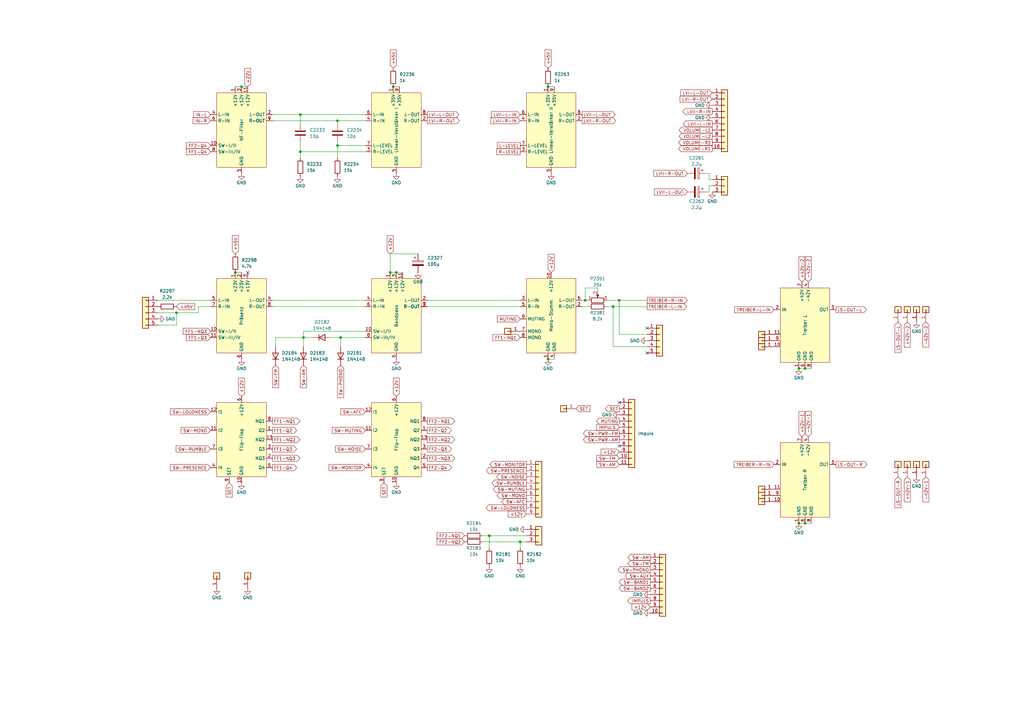
<source format=kicad_sch>
(kicad_sch (version 20230121) (generator eeschema)
  (paper "A3")
  (lib_symbols
    (symbol "Connector_Generic:Conn_01x01" (pin_names (offset 1.016) hide)
      (property "Reference" "J" (at 0 2.54 0))
      (property "Value" "Conn_01x01" (at 0 -2.54 0))
      (symbol "Conn_01x01_1_1"
        (pin passive line (at -5.08 0 0) (length 3.81) (name "Pin_1") (number "1"))
      )
    )
    (symbol "Connector_Generic:Conn_01x03" (pin_names (offset 1.016) hide)
      (property "Reference" "J" (at 0 5.08 0))
      (property "Value" "Conn_01x03" (at 0 -5.08 0))
      (symbol "Conn_01x03_1_1"
        (pin passive line (at -5.08 2.54 0) (length 3.81) (name "Pin_1") (number "1"))
        (pin passive line (at -5.08 0 0) (length 3.81) (name "Pin_2") (number "2"))
        (pin passive line (at -5.08 -2.54 0) (length 3.81) (name "Pin_3") (number "3"))
      )
    )
    (symbol "Connector_Generic:Conn_01x05" (pin_names (offset 1.016) hide)
      (property "Reference" "J" (at 0 7.62 0))
      (property "Value" "Conn_01x05" (at 0 -7.62 0))
      (symbol "Conn_01x05_1_1"
        (pin passive line (at -5.08 5.08 0) (length 3.81) (name "Pin_1") (number "1"))
        (pin passive line (at -5.08 2.54 0) (length 3.81) (name "Pin_2") (number "2"))
        (pin passive line (at -5.08 0 0) (length 3.81) (name "Pin_3") (number "3"))
        (pin passive line (at -5.08 -2.54 0) (length 3.81) (name "Pin_4") (number "4"))
        (pin passive line (at -5.08 -5.08 0) (length 3.81) (name "Pin_5") (number "5"))
      )
    )
    (symbol "Connector_Generic:Conn_01x09" (pin_names (offset 1.016) hide)
      (property "Reference" "J" (at 0 12.7 0))
      (property "Value" "Conn_01x09" (at 0 -12.7 0))
      (symbol "Conn_01x09_1_1"
        (pin passive line (at -5.08 10.16 0) (length 3.81) (name "Pin_1") (number "1"))
        (pin passive line (at -5.08 7.62 0) (length 3.81) (name "Pin_2") (number "2"))
        (pin passive line (at -5.08 5.08 0) (length 3.81) (name "Pin_3") (number "3"))
        (pin passive line (at -5.08 2.54 0) (length 3.81) (name "Pin_4") (number "4"))
        (pin passive line (at -5.08 0 0) (length 3.81) (name "Pin_5") (number "5"))
        (pin passive line (at -5.08 -2.54 0) (length 3.81) (name "Pin_6") (number "6"))
        (pin passive line (at -5.08 -5.08 0) (length 3.81) (name "Pin_7") (number "7"))
        (pin passive line (at -5.08 -7.62 0) (length 3.81) (name "Pin_8") (number "8"))
        (pin passive line (at -5.08 -10.16 0) (length 3.81) (name "Pin_9") (number "9"))
      )
    )
    (symbol "Connector_Generic:Conn_01x10" (pin_names (offset 1.016) hide)
      (property "Reference" "J" (at 0 12.7 0))
      (property "Value" "Conn_01x10" (at 0 -15.24 0))
      (symbol "Conn_01x10_1_1"
        (pin passive line (at -5.08 10.16 0) (length 3.81) (name "Pin_1") (number "1"))
        (pin passive line (at -5.08 -12.7 0) (length 3.81) (name "Pin_10") (number "10"))
        (pin passive line (at -5.08 7.62 0) (length 3.81) (name "Pin_2") (number "2"))
        (pin passive line (at -5.08 5.08 0) (length 3.81) (name "Pin_3") (number "3"))
        (pin passive line (at -5.08 2.54 0) (length 3.81) (name "Pin_4") (number "4"))
        (pin passive line (at -5.08 0 0) (length 3.81) (name "Pin_5") (number "5"))
        (pin passive line (at -5.08 -2.54 0) (length 3.81) (name "Pin_6") (number "6"))
        (pin passive line (at -5.08 -5.08 0) (length 3.81) (name "Pin_7") (number "7"))
        (pin passive line (at -5.08 -7.62 0) (length 3.81) (name "Pin_8") (number "8"))
        (pin passive line (at -5.08 -10.16 0) (length 3.81) (name "Pin_9") (number "9"))
      )
    )
    (symbol "Connector_Generic:Conn_01x11" (pin_names (offset 1.016) hide)
      (property "Reference" "J" (at 0 15.24 0))
      (property "Value" "Conn_01x11" (at 0 -15.24 0))
      (symbol "Conn_01x11_1_1"
        (pin passive line (at -5.08 12.7 0) (length 3.81) (name "Pin_1") (number "1"))
        (pin passive line (at -5.08 -10.16 0) (length 3.81) (name "Pin_10") (number "10"))
        (pin passive line (at -5.08 -12.7 0) (length 3.81) (name "Pin_11") (number "11"))
        (pin passive line (at -5.08 10.16 0) (length 3.81) (name "Pin_2") (number "2"))
        (pin passive line (at -5.08 7.62 0) (length 3.81) (name "Pin_3") (number "3"))
        (pin passive line (at -5.08 5.08 0) (length 3.81) (name "Pin_4") (number "4"))
        (pin passive line (at -5.08 2.54 0) (length 3.81) (name "Pin_5") (number "5"))
        (pin passive line (at -5.08 0 0) (length 3.81) (name "Pin_6") (number "6"))
        (pin passive line (at -5.08 -2.54 0) (length 3.81) (name "Pin_7") (number "7"))
        (pin passive line (at -5.08 -5.08 0) (length 3.81) (name "Pin_8") (number "8"))
        (pin passive line (at -5.08 -7.62 0) (length 3.81) (name "Pin_9") (number "9"))
      )
    )
    (symbol "Connector_Generic:Conn_01x17" (pin_names (offset 1.016) hide)
      (property "Reference" "J" (at 0 22.86 0))
      (property "Value" "Conn_01x17" (at 0 -22.86 0))
      (symbol "Conn_01x17_1_1"
        (pin passive line (at -5.08 20.32 0) (length 3.81) (name "Pin_1") (number "1"))
        (pin passive line (at -5.08 -2.54 0) (length 3.81) (name "Pin_10") (number "10"))
        (pin passive line (at -5.08 -5.08 0) (length 3.81) (name "Pin_11") (number "11"))
        (pin passive line (at -5.08 -7.62 0) (length 3.81) (name "Pin_12") (number "12"))
        (pin passive line (at -5.08 -10.16 0) (length 3.81) (name "Pin_13") (number "13"))
        (pin passive line (at -5.08 -12.7 0) (length 3.81) (name "Pin_14") (number "14"))
        (pin passive line (at -5.08 -15.24 0) (length 3.81) (name "Pin_15") (number "15"))
        (pin passive line (at -5.08 -17.78 0) (length 3.81) (name "Pin_16") (number "16"))
        (pin passive line (at -5.08 -20.32 0) (length 3.81) (name "Pin_17") (number "17"))
        (pin passive line (at -5.08 17.78 0) (length 3.81) (name "Pin_2") (number "2"))
        (pin passive line (at -5.08 15.24 0) (length 3.81) (name "Pin_3") (number "3"))
        (pin passive line (at -5.08 12.7 0) (length 3.81) (name "Pin_4") (number "4"))
        (pin passive line (at -5.08 10.16 0) (length 3.81) (name "Pin_5") (number "5"))
        (pin passive line (at -5.08 7.62 0) (length 3.81) (name "Pin_6") (number "6"))
        (pin passive line (at -5.08 5.08 0) (length 3.81) (name "Pin_7") (number "7"))
        (pin passive line (at -5.08 2.54 0) (length 3.81) (name "Pin_8") (number "8"))
        (pin passive line (at -5.08 0 0) (length 3.81) (name "Pin_9") (number "9"))
      )
    )
    (symbol "Device:C" (pin_numbers hide) (pin_names (offset 0.254))
      (property "Reference" "C" (at 0.635 2.54 0))
      (property "Value" "C" (at 0.635 -2.54 0))
      (symbol "C_1_1"
        (pin passive line (at 0 3.81 270) (length 2.794) (name "~") (number "1"))
        (pin passive line (at 0 -3.81 90) (length 2.794) (name "~") (number "2"))
      )
    )
    (symbol "Device:C_Polarized" (pin_numbers hide) (pin_names (offset 0.254))
      (property "Reference" "C" (at 0.635 2.54 0))
      (property "Value" "C_Polarized" (at 0.635 -2.54 0))
      (symbol "C_Polarized_1_1"
        (pin passive line (at 0 3.81 270) (length 2.794) (name "~") (number "1"))
        (pin passive line (at 0 -3.81 90) (length 2.794) (name "~") (number "2"))
      )
    )
    (symbol "Device:D" (pin_numbers hide) (pin_names (offset 1.016) hide)
      (property "Reference" "D" (at 0 2.54 0))
      (property "Value" "D" (at 0 -2.54 0))
      (symbol "D_1_1"
        (pin passive line (at -3.81 0 0) (length 2.54) (name "K") (number "1"))
        (pin passive line (at 3.81 0 180) (length 2.54) (name "A") (number "2"))
      )
    )
    (symbol "Device:R" (pin_numbers hide) (pin_names (offset 0))
      (property "Reference" "R" (at 2.032 0 90))
      (property "Value" "R" (at 0 0 90))
      (symbol "R_1_1"
        (pin passive line (at 0 3.81 270) (length 1.27) (name "~") (number "1"))
        (pin passive line (at 0 -3.81 90) (length 1.27) (name "~") (number "2"))
      )
    )
    (symbol "Device:R_Potentiometer" (pin_names (offset 1.016) hide)
      (property "Reference" "RV" (at -4.445 0 90))
      (property "Value" "R_Potentiometer" (at -2.54 0 90))
      (symbol "R_Potentiometer_1_1"
        (pin passive line (at 0 3.81 270) (length 1.27) (name "1") (number "1"))
        (pin passive line (at 3.81 0 180) (length 1.27) (name "2") (number "2"))
        (pin passive line (at 0 -3.81 90) (length 1.27) (name "3") (number "3"))
      )
    )
    (symbol "Flip-Flop_1"
      (property "Reference" "U" (at 17.78 3.81 0))
      (property "Value" "Flip-Flop" (at 17.78 1.27 0))
      (symbol "Flip-Flop_1_1_1"
        (pin output line (at 22.86 -11.43 180) (length 2.54) (name "Q2") (number "1"))
        (pin power_in line (at 10.16 -33.02 90) (length 2.54) (name "GND") (number "10"))
        (pin input line (at -2.54 -11.43 0) (length 2.54) (name "I2") (number "11"))
        (pin input line (at -2.54 -3.81 0) (length 2.54) (name "I1") (number "12"))
        (pin output line (at 22.86 -15.24 180) (length 2.54) (name "NQ2") (number "13"))
        (pin output line (at 22.86 -22.86 180) (length 2.54) (name "NQ3") (number "2"))
        (pin output line (at 22.86 -19.05 180) (length 2.54) (name "Q3") (number "3"))
        (pin input line (at -2.54 -26.67 0) (length 2.54) (name "I4") (number "4"))
        (pin output line (at 22.86 -26.67 180) (length 2.54) (name "Q4") (number "5"))
        (pin power_in line (at 10.16 2.54 270) (length 2.54) (name "+12V") (number "6"))
        (pin input line (at -2.54 -19.05 0) (length 2.54) (name "I3") (number "7"))
        (pin output line (at 22.86 -7.62 180) (length 2.54) (name "NQ1") (number "8"))
        (pin input line (at 5.08 -33.02 90) (length 2.54) (name "SET") (number "9"))
      )
    )
    (symbol "Library:Bandpass"
      (property "Reference" "U" (at 17.78 3.81 0))
      (property "Value" "Bandpass" (at 17.78 1.27 0))
      (symbol "Bandpass_1_1"
        (pin power_in line (at 7.62 2.54 270) (length 2.54) (name "+12V") (number "1"))
        (pin input line (at -2.54 -21.59 0) (length 2.54) (name "SW-I/II") (number "10"))
        (pin power_in line (at 12.7 2.54 270) (length 2.54) (name "+12V") (number "11"))
        (pin output line (at 22.86 -8.89 180) (length 2.54) (name "L-OUT") (number "2"))
        (pin power_in line (at 10.16 2.54 270) (length 2.54) (name "+12V") (number "3"))
        (pin input line (at -2.54 -8.89 0) (length 2.54) (name "L-IN") (number "4"))
        (pin power_in line (at 10.16 -33.02 90) (length 2.54) (name "GND") (number "5"))
        (pin input line (at -2.54 -11.43 0) (length 2.54) (name "R-IN") (number "6"))
        (pin output line (at 22.86 -11.43 180) (length 2.54) (name "R-OUT") (number "7"))
        (pin input line (at -2.54 -24.13 0) (length 2.54) (name "SW-III/IV") (number "8"))
        (pin output line (at 22.86 -11.43 180) (length 2.54) (name "R-OUT") (number "9"))
      )
    )
    (symbol "Library:Flip-Flop"
      (property "Reference" "U" (at 17.78 3.81 0))
      (property "Value" "Flip-Flop" (at 17.78 1.27 0))
      (symbol "Flip-Flop_1_1"
        (pin output line (at 22.86 -11.43 180) (length 2.54) (name "Q2") (number "1"))
        (pin power_in line (at 10.16 -33.02 90) (length 2.54) (name "GND") (number "10"))
        (pin input line (at -2.54 -11.43 0) (length 2.54) (name "I2") (number "11"))
        (pin input line (at -2.54 -3.81 0) (length 2.54) (name "I1") (number "12"))
        (pin output line (at 22.86 -15.24 180) (length 2.54) (name "NQ2") (number "13"))
        (pin output line (at 22.86 -22.86 180) (length 2.54) (name "NQ3") (number "2"))
        (pin output line (at 22.86 -19.05 180) (length 2.54) (name "Q3") (number "3"))
        (pin input line (at -2.54 -26.67 0) (length 2.54) (name "I4") (number "4"))
        (pin output line (at 22.86 -26.67 180) (length 2.54) (name "Q4") (number "5"))
        (pin power_in line (at 10.16 2.54 270) (length 2.54) (name "+12V") (number "6"))
        (pin input line (at -2.54 -19.05 0) (length 2.54) (name "I3") (number "7"))
        (pin output line (at 22.86 -7.62 180) (length 2.54) (name "NQ1") (number "8"))
        (pin input line (at 5.08 -33.02 90) (length 2.54) (name "SET") (number "9"))
      )
    )
    (symbol "Library:Linear-Verstaerker"
      (property "Reference" "U" (at 17.78 3.81 0))
      (property "Value" "Linear-Verstaerker" (at 24.13 1.27 0))
      (symbol "Linear-Verstaerker_1_1"
        (pin power_in line (at 8.89 2.54 270) (length 2.54) (name "+35V") (number "1"))
        (pin output line (at 22.86 -11.43 180) (length 2.54) (name "R-OUT") (number "2"))
        (pin input line (at -2.54 -24.13 0) (length 2.54) (name "R-LEVEL") (number "3"))
        (pin input line (at -2.54 -11.43 0) (length 2.54) (name "R-IN") (number "4"))
        (pin power_in line (at 10.16 -33.02 90) (length 2.54) (name "GND") (number "5"))
        (pin input line (at -2.54 -8.89 0) (length 2.54) (name "L-IN") (number "6"))
        (pin input line (at -2.54 -21.59 0) (length 2.54) (name "L-LEVEL") (number "7"))
        (pin output line (at 22.86 -8.89 180) (length 2.54) (name "L-OUT") (number "8"))
        (pin power_in line (at 11.43 2.54 270) (length 2.54) (name "+35V") (number "9"))
      )
    )
    (symbol "Library:Mono-Stumm"
      (property "Reference" "U" (at 17.78 3.81 0))
      (property "Value" "Mono-Stumm" (at 17.78 1.27 0))
      (symbol "Mono-Stumm_1_1"
        (pin power_in line (at 8.89 -33.02 90) (length 2.54) (name "GND") (number "1"))
        (pin power_in line (at 10.16 2.54 270) (length 2.54) (name "+12V") (number "10"))
        (pin output line (at 22.86 -11.43 180) (length 2.54) (name "R-OUT") (number "2"))
        (pin input line (at -2.54 -8.89 0) (length 2.54) (name "L-IN") (number "3"))
        (pin power_in line (at 11.43 -33.02 90) (length 2.54) (name "GND") (number "4"))
        (pin input line (at -2.54 -11.43 0) (length 2.54) (name "R-IN") (number "5"))
        (pin output line (at 22.86 -8.89 180) (length 2.54) (name "L-OUT") (number "6"))
        (pin input line (at -2.54 -21.59 0) (length 2.54) (name "MONO") (number "7"))
        (pin input line (at -2.54 -24.13 0) (length 2.54) (name "MONO") (number "8"))
        (pin input line (at -2.54 -16.51 0) (length 2.54) (name "MUTING") (number "9"))
      )
    )
    (symbol "Library:NF-Filter"
      (property "Reference" "U" (at 17.78 3.81 0))
      (property "Value" "NF-Filter" (at 17.78 1.27 0))
      (symbol "NF-Filter_1_1"
        (pin power_in line (at 7.62 2.54 270) (length 2.54) (name "+12V") (number "1"))
        (pin input line (at -2.54 -21.59 0) (length 2.54) (name "SW-I/II") (number "10"))
        (pin power_in line (at 12.7 2.54 270) (length 2.54) (name "+12V") (number "11"))
        (pin output line (at 22.86 -8.89 180) (length 2.54) (name "L-OUT") (number "2"))
        (pin power_in line (at 10.16 2.54 270) (length 2.54) (name "+12V") (number "3"))
        (pin input line (at -2.54 -8.89 0) (length 2.54) (name "L-IN") (number "4"))
        (pin power_in line (at 10.16 -33.02 90) (length 2.54) (name "GND") (number "5"))
        (pin input line (at -2.54 -11.43 0) (length 2.54) (name "R-IN") (number "6"))
        (pin output line (at 22.86 -11.43 180) (length 2.54) (name "R-OUT") (number "7"))
        (pin input line (at -2.54 -24.13 0) (length 2.54) (name "SW-III/IV") (number "8"))
        (pin output line (at 22.86 -11.43 180) (length 2.54) (name "R-OUT") (number "9"))
      )
    )
    (symbol "Library:Präsenz"
      (property "Reference" "U" (at 17.78 3.81 0))
      (property "Value" "Präsenz" (at 17.78 1.27 0))
      (symbol "Präsenz_1_1"
        (pin power_in line (at 7.62 2.54 270) (length 2.54) (name "+23V") (number "1"))
        (pin input line (at -2.54 -21.59 0) (length 2.54) (name "SW-I/II") (number "10"))
        (pin input line (at -2.54 -24.13 0) (length 2.54) (name "SW-III/IV") (number "11"))
        (pin power_in line (at 10.16 2.54 270) (length 2.54) (name "+23V") (number "2"))
        (pin power_in line (at 12.7 2.54 270) (length 2.54) (name "+13V") (number "3"))
        (pin output line (at 22.86 -8.89 180) (length 2.54) (name "L-OUT") (number "4"))
        (pin input line (at -2.54 -8.89 0) (length 2.54) (name "L-IN") (number "5"))
        (pin power_in line (at 10.16 -33.02 90) (length 2.54) (name "GND") (number "6"))
        (pin input line (at -2.54 -11.43 0) (length 2.54) (name "R-IN") (number "7"))
        (pin output line (at 22.86 -11.43 180) (length 2.54) (name "R-OUT") (number "8"))
      )
    )
    (symbol "Library:Treiber"
      (property "Reference" "U" (at 17.78 3.81 0))
      (property "Value" "Treiber" (at 17.78 1.27 0))
      (symbol "Treiber_1_1"
        (pin power_in line (at 7.62 -33.02 90) (length 2.54) (name "GND") (number "1"))
        (pin input line (at -2.54 -24.13 0) (length 2.54) (name "") (number "10"))
        (pin input line (at -2.54 -19.05 0) (length 2.54) (name "") (number "11"))
        (pin input line (at -2.54 -8.89 0) (length 2.54) (name "IN") (number "2"))
        (pin power_in line (at 11.43 2.54 270) (length 2.54) (name "-42V") (number "4"))
        (pin output line (at 22.86 -8.89 180) (length 2.54) (name "OUT") (number "5"))
        (pin power_in line (at 10.16 -33.02 90) (length 2.54) (name "GND") (number "6"))
        (pin power_in line (at 8.89 2.54 270) (length 2.54) (name "+42V") (number "7"))
        (pin power_in line (at 12.7 -33.02 90) (length 2.54) (name "GND") (number "8"))
        (pin input line (at -2.54 -21.59 0) (length 2.54) (name "") (number "9"))
      )
    )
    (symbol "power:GND" (power) (pin_names (offset 0))
      (property "Value" "GND" (at 0 -3.81 0))
      (symbol "GND_1_1"
        (pin power_in line (at 0 0 270) (length 0) hide (name "GND") (number "1"))
      )
    )
  )
  (junction (at 124.46 138.43))
  (junction (at 160.02 111.76))
  (junction (at 161.29 35.56))
  (junction (at 251.46 125.73))
  (junction (at 330.2 151.13))
  (junction (at 99.06 35.56))
  (junction (at 330.2 214.63))
  (junction (at 254 123.19))
  (junction (at 224.79 35.56))
  (junction (at 327.66 214.63))
  (junction (at 123.19 46.99))
  (junction (at 138.43 49.53))
  (junction (at 139.7 138.43))
  (junction (at 200.66 219.71))
  (junction (at 240.03 123.19))
  (junction (at 224.79 147.32))
  (junction (at 123.19 62.23))
  (junction (at 162.56 111.76))
  (junction (at 213.36 222.25))
  (junction (at 138.43 59.69))
  (junction (at 72.39 128.27))
  (junction (at 327.66 151.13))
  (junction (at 96.52 111.76))
  (no_connect (at 265.43 144.78))
  (no_connect (at 254 165.1))
  (no_connect (at 101.6 111.76))
  (no_connect (at 254 182.88))
  (no_connect (at 265.43 134.62))
  (no_connect (at 401.32 314.96))
  (no_connect (at 401.32 309.88))
  (no_connect (at 401.32 325.12))
  (no_connect (at 401.32 312.42))
  (no_connect (at 401.32 332.74))
  (wire (pts (xy 200.66 224.79) (xy 200.66 219.71)))
  (wire (pts (xy 160.02 111.76) (xy 160.02 104.14)))
  (wire (pts (xy 289.56 71.12) (xy 290.83 71.12)))
  (wire (pts (xy 123.19 62.23) (xy 123.19 64.77)))
  (wire (pts (xy 251.46 142.24) (xy 265.43 142.24)))
  (wire (pts (xy 290.83 76.2) (xy 292.1 76.2)))
  (wire (pts (xy 330.2 151.13) (xy 332.74 151.13)))
  (wire (pts (xy 123.19 46.99) (xy 149.86 46.99)))
  (wire (pts (xy 72.39 128.27) (xy 72.39 133.35)))
  (wire (pts (xy 175.26 123.19) (xy 213.36 123.19)))
  (wire (pts (xy 245.11 119.38) (xy 245.11 118.11)))
  (wire (pts (xy 198.12 222.25) (xy 213.36 222.25)))
  (wire (pts (xy 162.56 111.76) (xy 165.1 111.76)))
  (wire (pts (xy 240.03 118.11) (xy 240.03 123.19)))
  (wire (pts (xy 248.92 123.19) (xy 254 123.19)))
  (wire (pts (xy 81.28 125.73) (xy 81.28 128.27)))
  (wire (pts (xy 138.43 49.53) (xy 138.43 50.8)))
  (wire (pts (xy 64.77 128.27) (xy 72.39 128.27)))
  (wire (pts (xy 254 137.16) (xy 265.43 137.16)))
  (wire (pts (xy 64.77 123.19) (xy 86.36 123.19)))
  (wire (pts (xy 135.89 138.43) (xy 139.7 138.43)))
  (wire (pts (xy 123.19 62.23) (xy 123.19 58.42)))
  (wire (pts (xy 215.9 222.25) (xy 213.36 222.25)))
  (wire (pts (xy 327.66 151.13) (xy 330.2 151.13)))
  (wire (pts (xy 254 123.19) (xy 265.43 123.19)))
  (wire (pts (xy 240.03 123.19) (xy 241.3 123.19)))
  (wire (pts (xy 161.29 35.56) (xy 163.83 35.56)))
  (wire (pts (xy 111.76 125.73) (xy 149.86 125.73)))
  (wire (pts (xy 99.06 35.56) (xy 101.6 35.56)))
  (wire (pts (xy 96.52 111.76) (xy 99.06 111.76)))
  (wire (pts (xy 81.28 125.73) (xy 86.36 125.73)))
  (wire (pts (xy 149.86 135.89) (xy 124.46 135.89)))
  (wire (pts (xy 213.36 222.25) (xy 213.36 224.79)))
  (wire (pts (xy 160.02 111.76) (xy 162.56 111.76)))
  (wire (pts (xy 248.92 125.73) (xy 251.46 125.73)))
  (wire (pts (xy 124.46 135.89) (xy 124.46 138.43)))
  (wire (pts (xy 96.52 35.56) (xy 99.06 35.56)))
  (wire (pts (xy 149.86 59.69) (xy 138.43 59.69)))
  (wire (pts (xy 290.83 78.74) (xy 290.83 76.2)))
  (wire (pts (xy 149.86 138.43) (xy 139.7 138.43)))
  (wire (pts (xy 149.86 62.23) (xy 123.19 62.23)))
  (wire (pts (xy 111.76 123.19) (xy 149.86 123.19)))
  (wire (pts (xy 289.56 78.74) (xy 290.83 78.74)))
  (wire (pts (xy 251.46 125.73) (xy 251.46 142.24)))
  (wire (pts (xy 290.83 71.12) (xy 290.83 73.66)))
  (wire (pts (xy 124.46 138.43) (xy 128.27 138.43)))
  (wire (pts (xy 160.02 104.14) (xy 171.45 104.14)))
  (wire (pts (xy 290.83 73.66) (xy 292.1 73.66)))
  (wire (pts (xy 138.43 49.53) (xy 149.86 49.53)))
  (wire (pts (xy 124.46 138.43) (xy 124.46 142.24)))
  (wire (pts (xy 200.66 219.71) (xy 215.9 219.71)))
  (wire (pts (xy 123.19 46.99) (xy 123.19 50.8)))
  (wire (pts (xy 327.66 214.63) (xy 330.2 214.63)))
  (wire (pts (xy 111.76 46.99) (xy 123.19 46.99)))
  (wire (pts (xy 224.79 147.32) (xy 227.33 147.32)))
  (wire (pts (xy 245.11 118.11) (xy 240.03 118.11)))
  (wire (pts (xy 72.39 133.35) (xy 64.77 133.35)))
  (wire (pts (xy 200.66 219.71) (xy 198.12 219.71)))
  (wire (pts (xy 175.26 125.73) (xy 213.36 125.73)))
  (wire (pts (xy 113.03 142.24) (xy 113.03 138.43)))
  (wire (pts (xy 113.03 138.43) (xy 124.46 138.43)))
  (wire (pts (xy 224.79 35.56) (xy 227.33 35.56)))
  (wire (pts (xy 111.76 49.53) (xy 138.43 49.53)))
  (wire (pts (xy 138.43 59.69) (xy 138.43 58.42)))
  (wire (pts (xy 240.03 123.19) (xy 238.76 123.19)))
  (wire (pts (xy 330.2 214.63) (xy 332.74 214.63)))
  (wire (pts (xy 81.28 128.27) (xy 72.39 128.27)))
  (wire (pts (xy 238.76 125.73) (xy 241.3 125.73)))
  (wire (pts (xy 139.7 138.43) (xy 139.7 142.24)))
  (wire (pts (xy 138.43 59.69) (xy 138.43 64.77)))
  (wire (pts (xy 254 123.19) (xy 254 137.16)))
  (wire (pts (xy 251.46 125.73) (xy 265.43 125.73)))
  (global_label "SW-PRESENCE" (shape output) (at 215.9 193.04 180) (property "Intersheetrefs" "${INTERSHEET_REFS}" (effects hide)))
  (global_label "FF1-NQ3" (shape input) (at 86.36 135.89 180) (property "Intersheetrefs" "${INTERSHEET_REFS}" (effects hide)))
  (global_label "SW-AFC" (shape output) (at 215.9 205.74 180) (property "Intersheetrefs" "${INTERSHEET_REFS}" (effects hide)))
  (global_label "FF1-Q2" (shape output) (at 111.76 176.53 0) (property "Intersheetrefs" "${INTERSHEET_REFS}" (effects hide)))
  (global_label "+12V" (shape input) (at 254 185.42 180) (property "Intersheetrefs" "${INTERSHEET_REFS}" (effects hide)))
  (global_label "SW-FM" (shape input) (at 254 187.96 180) (property "Intersheetrefs" "${INTERSHEET_REFS}" (effects hide)))
  (global_label "SW-PWR-FM" (shape output) (at 254 177.8 180) (property "Intersheetrefs" "${INTERSHEET_REFS}" (effects hide)))
  (global_label "+22V" (shape input) (at 101.6 35.56 90) (property "Intersheetrefs" "${INTERSHEET_REFS}" (effects hide)))
  (global_label "VOLUME-L2" (shape output) (at 292.1 55.88 180) (property "Intersheetrefs" "${INTERSHEET_REFS}" (effects hide)))
  (global_label "LVI-L-OUT" (shape output) (at 175.26 46.99 0) (property "Intersheetrefs" "${INTERSHEET_REFS}" (effects hide)))
  (global_label "+45V-I" (shape output) (at 401.32 347.98 0) (property "Intersheetrefs" "${INTERSHEET_REFS}" (effects hide)))
  (global_label "SW-FM" (shape output) (at 266.7 231.14 180) (property "Intersheetrefs" "${INTERSHEET_REFS}" (effects hide)))
  (global_label "IMPULS" (shape output) (at 266.7 246.38 180) (property "Intersheetrefs" "${INTERSHEET_REFS}" (effects hide)))
  (global_label "R-LEVEL" (shape passive) (at 213.36 62.23 180) (property "Intersheetrefs" "${INTERSHEET_REFS}" (effects hide)))
  (global_label "SW-MONITOR" (shape output) (at 215.9 190.5 180) (property "Intersheetrefs" "${INTERSHEET_REFS}" (effects hide)))
  (global_label "FF2-NQ2" (shape input) (at 190.5 222.25 180) (property "Intersheetrefs" "${INTERSHEET_REFS}" (effects hide)))
  (global_label "VOLUME-L1" (shape output) (at 292.1 53.34 180) (property "Intersheetrefs" "${INTERSHEET_REFS}" (effects hide)))
  (global_label "SW-PRESENCE" (shape input) (at 86.36 191.77 180) (property "Intersheetrefs" "${INTERSHEET_REFS}" (effects hide)))
  (global_label "IN-R" (shape input) (at 86.36 49.53 180) (property "Intersheetrefs" "${INTERSHEET_REFS}" (effects hide)))
  (global_label "SW-MONITOR" (shape input) (at 149.86 191.77 180) (property "Intersheetrefs" "${INTERSHEET_REFS}" (effects hide)))
  (global_label "LS-OUT-R" (shape input) (at 368.3 195.58 270) (property "Intersheetrefs" "${INTERSHEET_REFS}" (effects hide)))
  (global_label "LVII-R-IN" (shape input) (at 213.36 49.53 180) (property "Intersheetrefs" "${INTERSHEET_REFS}" (effects hide)))
  (global_label "FF2-NQ1" (shape output) (at 175.26 172.72 0) (property "Intersheetrefs" "${INTERSHEET_REFS}" (effects hide)))
  (global_label "TREIBER-R-IN" (shape output) (at 265.43 123.19 0) (property "Intersheetrefs" "${INTERSHEET_REFS}" (effects hide)))
  (global_label "SW-LOUDNESS" (shape output) (at 215.9 208.28 180) (property "Intersheetrefs" "${INTERSHEET_REFS}" (effects hide)))
  (global_label "-42V-1" (shape input) (at 331.47 179.07 90) (property "Intersheetrefs" "${INTERSHEET_REFS}" (effects hide)))
  (global_label "L-LEVEL" (shape passive) (at 213.36 59.69 180) (property "Intersheetrefs" "${INTERSHEET_REFS}" (effects hide)))
  (global_label "SW-MONO" (shape input) (at 86.36 176.53 180) (property "Intersheetrefs" "${INTERSHEET_REFS}" (effects hide)))
  (global_label "+12V" (shape input) (at 162.56 162.56 90) (property "Intersheetrefs" "${INTERSHEET_REFS}" (effects hide)))
  (global_label "FF1-Q3" (shape input) (at 86.36 138.43 180) (property "Intersheetrefs" "${INTERSHEET_REFS}" (effects hide)))
  (global_label "FF1-NQ1" (shape input) (at 213.36 138.43 180) (property "Intersheetrefs" "${INTERSHEET_REFS}" (effects hide)))
  (global_label "SW-NOISE" (shape output) (at 215.9 195.58 180) (property "Intersheetrefs" "${INTERSHEET_REFS}" (effects hide)))
  (global_label "LVI-R-OUT" (shape output) (at 175.26 49.53 0) (property "Intersheetrefs" "${INTERSHEET_REFS}" (effects hide)))
  (global_label "SW-AFC" (shape input) (at 149.86 168.91 180) (property "Intersheetrefs" "${INTERSHEET_REFS}" (effects hide)))
  (global_label "+12V" (shape input) (at 99.06 162.56 90) (property "Intersheetrefs" "${INTERSHEET_REFS}" (effects hide)))
  (global_label "SET" (shape output) (at 254 167.64 180) (property "Intersheetrefs" "${INTERSHEET_REFS}" (effects hide)))
  (global_label "FF1-Q4" (shape input) (at 86.36 62.23 180) (property "Intersheetrefs" "${INTERSHEET_REFS}" (effects hide)))
  (global_label "+42V-1" (shape input) (at 328.93 179.07 90) (property "Intersheetrefs" "${INTERSHEET_REFS}" (effects hide)))
  (global_label "IMPULS" (shape input) (at 254 175.26 180) (property "Intersheetrefs" "${INTERSHEET_REFS}" (effects hide)))
  (global_label "+45V" (shape output) (at 401.32 322.58 0) (property "Intersheetrefs" "${INTERSHEET_REFS}" (effects hide)))
  (global_label "SW-AUX" (shape output) (at 266.7 236.22 180) (property "Intersheetrefs" "${INTERSHEET_REFS}" (effects hide)))
  (global_label "LVII-R-OUT" (shape input) (at 281.94 71.12 180) (property "Intersheetrefs" "${INTERSHEET_REFS}" (effects hide)))
  (global_label "MUTING" (shape input) (at 213.36 130.81 180) (property "Intersheetrefs" "${INTERSHEET_REFS}" (effects hide)))
  (global_label "SW-PHONO" (shape output) (at 266.7 233.68 180) (property "Intersheetrefs" "${INTERSHEET_REFS}" (effects hide)))
  (global_label "+42V-1" (shape input) (at 372.11 195.58 270) (property "Intersheetrefs" "${INTERSHEET_REFS}" (effects hide)))
  (global_label "TREIBER-L-IN" (shape output) (at 265.43 125.73 0) (property "Intersheetrefs" "${INTERSHEET_REFS}" (effects hide)))
  (global_label "SW-NOISE" (shape input) (at 149.86 184.15 180) (property "Intersheetrefs" "${INTERSHEET_REFS}" (effects hide)))
  (global_label "+15V-AM" (shape output) (at 401.32 342.9 0) (property "Intersheetrefs" "${INTERSHEET_REFS}" (effects hide)))
  (global_label "+42V-2" (shape input) (at 372.11 132.08 270) (property "Intersheetrefs" "${INTERSHEET_REFS}" (effects hide)))
  (global_label "SW-BAND2" (shape output) (at 266.7 241.3 180) (property "Intersheetrefs" "${INTERSHEET_REFS}" (effects hide)))
  (global_label "SW-RUMBLE" (shape input) (at 86.36 184.15 180) (property "Intersheetrefs" "${INTERSHEET_REFS}" (effects hide)))
  (global_label "SW-PWR-AM" (shape input) (at 401.32 337.82 0) (property "Intersheetrefs" "${INTERSHEET_REFS}" (effects hide)))
  (global_label "LS-OUT-R" (shape output) (at 342.9 190.5 0) (property "Intersheetrefs" "${INTERSHEET_REFS}" (effects hide)))
  (global_label "FF2-NQ1" (shape input) (at 190.5 219.71 180) (property "Intersheetrefs" "${INTERSHEET_REFS}" (effects hide)))
  (global_label "SW-AM" (shape input) (at 124.46 149.86 270) (property "Intersheetrefs" "${INTERSHEET_REFS}" (effects hide)))
  (global_label "+45V" (shape input) (at 161.29 27.94 90) (property "Intersheetrefs" "${INTERSHEET_REFS}" (effects hide)))
  (global_label "TREIBER-R-IN" (shape input) (at 317.5 190.5 180) (property "Intersheetrefs" "${INTERSHEET_REFS}" (effects hide)))
  (global_label "FF1-NQ2" (shape output) (at 111.76 180.34 0) (property "Intersheetrefs" "${INTERSHEET_REFS}" (effects hide)))
  (global_label "SW-MUTING" (shape output) (at 215.9 200.66 180) (property "Intersheetrefs" "${INTERSHEET_REFS}" (effects hide)))
  (global_label "LVI-R-OUT" (shape input) (at 292.1 40.64 180) (property "Intersheetrefs" "${INTERSHEET_REFS}" (effects hide)))
  (global_label "LS-OUT-L" (shape output) (at 342.9 127 0) (property "Intersheetrefs" "${INTERSHEET_REFS}" (effects hide)))
  (global_label "VOLUME-R2" (shape output) (at 292.1 58.42 180) (property "Intersheetrefs" "${INTERSHEET_REFS}" (effects hide)))
  (global_label "FF2-Q2" (shape output) (at 175.26 176.53 0) (property "Intersheetrefs" "${INTERSHEET_REFS}" (effects hide)))
  (global_label "SW-AM" (shape output) (at 266.7 228.6 180) (property "Intersheetrefs" "${INTERSHEET_REFS}" (effects hide)))
  (global_label "LVII-R-IN" (shape output) (at 292.1 45.72 180) (property "Intersheetrefs" "${INTERSHEET_REFS}" (effects hide)))
  (global_label "+45V" (shape input) (at 224.79 27.94 90) (property "Intersheetrefs" "${INTERSHEET_REFS}" (effects hide)))
  (global_label "+15V" (shape output) (at 401.32 345.44 0) (property "Intersheetrefs" "${INTERSHEET_REFS}" (effects hide)))
  (global_label "SW-PHONO" (shape input) (at 139.7 149.86 270) (property "Intersheetrefs" "${INTERSHEET_REFS}" (effects hide)))
  (global_label "-42V-1" (shape input) (at 379.73 195.58 270) (property "Intersheetrefs" "${INTERSHEET_REFS}" (effects hide)))
  (global_label "SET" (shape input) (at 236.22 167.64 0) (property "Intersheetrefs" "${INTERSHEET_REFS}" (effects hide)))
  (global_label "VOLUME-R1" (shape output) (at 292.1 60.96 180) (property "Intersheetrefs" "${INTERSHEET_REFS}" (effects hide)))
  (global_label "+12V" (shape input) (at 266.7 248.92 180) (property "Intersheetrefs" "${INTERSHEET_REFS}" (effects hide)))
  (global_label "+45V" (shape input) (at 72.39 125.73 0) (property "Intersheetrefs" "${INTERSHEET_REFS}" (effects hide)))
  (global_label "-42V-2" (shape input) (at 331.47 115.57 90) (property "Intersheetrefs" "${INTERSHEET_REFS}" (effects hide)))
  (global_label "+45V" (shape input) (at 96.52 104.14 90) (property "Intersheetrefs" "${INTERSHEET_REFS}" (effects hide)))
  (global_label "FF2-NQ2" (shape output) (at 175.26 180.34 0) (property "Intersheetrefs" "${INTERSHEET_REFS}" (effects hide)))
  (global_label "-42V-2" (shape input) (at 379.73 132.08 270) (property "Intersheetrefs" "${INTERSHEET_REFS}" (effects hide)))
  (global_label "SET" (shape input) (at 157.48 198.12 270) (property "Intersheetrefs" "${INTERSHEET_REFS}" (effects hide)))
  (global_label "+15V-FM" (shape output) (at 401.32 340.36 0) (property "Intersheetrefs" "${INTERSHEET_REFS}" (effects hide)))
  (global_label "SW-MUTING" (shape input) (at 149.86 176.53 180) (property "Intersheetrefs" "${INTERSHEET_REFS}" (effects hide)))
  (global_label "SW-PWR-AM" (shape output) (at 254 180.34 180) (property "Intersheetrefs" "${INTERSHEET_REFS}" (effects hide)))
  (global_label "IN-L" (shape input) (at 86.36 46.99 180) (property "Intersheetrefs" "${INTERSHEET_REFS}" (effects hide)))
  (global_label "+12V" (shape output) (at 401.32 327.66 0) (property "Intersheetrefs" "${INTERSHEET_REFS}" (effects hide)))
  (global_label "LVII-L-IN" (shape output) (at 292.1 50.8 180) (property "Intersheetrefs" "${INTERSHEET_REFS}" (effects hide)))
  (global_label "LS-OUT-L" (shape input) (at 368.3 132.08 270) (property "Intersheetrefs" "${INTERSHEET_REFS}" (effects hide)))
  (global_label "FF2-Q4" (shape output) (at 175.26 191.77 0) (property "Intersheetrefs" "${INTERSHEET_REFS}" (effects hide)))
  (global_label "+12V" (shape input) (at 215.9 210.82 180) (property "Intersheetrefs" "${INTERSHEET_REFS}" (effects hide)))
  (global_label "SW-MONO" (shape output) (at 215.9 203.2 180) (property "Intersheetrefs" "${INTERSHEET_REFS}" (effects hide)))
  (global_label "FF1-NQ3" (shape output) (at 111.76 187.96 0) (property "Intersheetrefs" "${INTERSHEET_REFS}" (effects hide)))
  (global_label "SW-RUMBLE" (shape output) (at 215.9 198.12 180) (property "Intersheetrefs" "${INTERSHEET_REFS}" (effects hide)))
  (global_label "LVII-L-OUT" (shape input) (at 281.94 78.74 180) (property "Intersheetrefs" "${INTERSHEET_REFS}" (effects hide)))
  (global_label "LVII-L-OUT" (shape output) (at 238.76 46.99 0) (property "Intersheetrefs" "${INTERSHEET_REFS}" (effects hide)))
  (global_label "SW-AM" (shape input) (at 254 190.5 180) (property "Intersheetrefs" "${INTERSHEET_REFS}" (effects hide)))
  (global_label "FF2-Q4" (shape input) (at 86.36 59.69 180) (property "Intersheetrefs" "${INTERSHEET_REFS}" (effects hide)))
  (global_label "SW-BAND1" (shape output) (at 266.7 238.76 180) (property "Intersheetrefs" "${INTERSHEET_REFS}" (effects hide)))
  (global_label "FF1-Q3" (shape output) (at 111.76 184.15 0) (property "Intersheetrefs" "${INTERSHEET_REFS}" (effects hide)))
  (global_label "FF1-Q4" (shape output) (at 111.76 191.77 0) (property "Intersheetrefs" "${INTERSHEET_REFS}" (effects hide)))
  (global_label "LVII-R-OUT" (shape output) (at 238.76 49.53 0) (property "Intersheetrefs" "${INTERSHEET_REFS}" (effects hide)))
  (global_label "+12V" (shape input) (at 226.06 111.76 90) (property "Intersheetrefs" "${INTERSHEET_REFS}" (effects hide)))
  (global_label "+42V-2" (shape input) (at 328.93 115.57 90) (property "Intersheetrefs" "${INTERSHEET_REFS}" (effects hide)))
  (global_label "+12V" (shape input) (at 160.02 104.14 90) (property "Intersheetrefs" "${INTERSHEET_REFS}" (effects hide)))
  (global_label "SW-PWR-FM" (shape input) (at 401.32 335.28 0) (property "Intersheetrefs" "${INTERSHEET_REFS}" (effects hide)))
  (global_label "FF1-NQ1" (shape output) (at 111.76 172.72 0) (property "Intersheetrefs" "${INTERSHEET_REFS}" (effects hide)))
  (global_label "LVI-L-OUT" (shape input) (at 292.1 38.1 180) (property "Intersheetrefs" "${INTERSHEET_REFS}" (effects hide)))
  (global_label "SW-FM" (shape input) (at 113.03 149.86 270) (property "Intersheetrefs" "${INTERSHEET_REFS}" (effects hide)))
  (global_label "MUTING" (shape output) (at 254 172.72 180) (property "Intersheetrefs" "${INTERSHEET_REFS}" (effects hide)))
  (global_label "+12V-R" (shape input) (at 401.32 320.04 0) (property "Intersheetrefs" "${INTERSHEET_REFS}" (effects hide)))
  (global_label "SET" (shape input) (at 93.98 198.12 270) (property "Intersheetrefs" "${INTERSHEET_REFS}" (effects hide)))
  (global_label "FF2-NQ3" (shape output) (at 175.26 187.96 0) (property "Intersheetrefs" "${INTERSHEET_REFS}" (effects hide)))
  (global_label "LVII-L-IN" (shape input) (at 213.36 46.99 180) (property "Intersheetrefs" "${INTERSHEET_REFS}" (effects hide)))
  (global_label "FF2-Q3" (shape output) (at 175.26 184.15 0) (property "Intersheetrefs" "${INTERSHEET_REFS}" (effects hide)))
  (global_label "TREIBER-L-IN" (shape input) (at 317.5 127 180) (property "Intersheetrefs" "${INTERSHEET_REFS}" (effects hide)))
  (global_label "SW-LOUDNESS" (shape input) (at 86.36 168.91 180) (property "Intersheetrefs" "${INTERSHEET_REFS}" (effects hide)))
  (symbol (lib_id "power:GND") (at 171.45 111.76 0) (unit 1)
    (property "Reference" "#PWR059" (effects hide))
    (property "Value" "GND" (at 171.45 115.57 0))
  )
  (symbol (lib_id "Connector_Generic:Conn_01x05") (at 270.51 139.7 0) (unit 1)
    (property "Reference" "J19" (effects hide))
    (property "Value" "Conn_01x05" (effects hide))
    (property "Footprint" "Library:STOCKO-MKS-1655_1755" (effects hide))
  )
  (symbol (lib_id "power:GND") (at 292.1 78.74 0) (unit 1)
    (property "Reference" "#PWR044" (effects hide))
    (property "Value" "GND" (at 292.1 82.55 0))
  )
  (symbol (lib_id "Device:C") (at 138.43 54.61 0) (unit 1)
    (property "Reference" "C2234" (at 142.24 53.34 0) (effects (justify left)))
    (property "Value" "10p" (at 142.24 55.88 0) (effects (justify left)))
    (property "Footprint" "Capacitor_THT:C_Disc_D4.3mm_W1.9mm_P5.00mm" (effects hide))
  )
  (symbol (lib_id "power:GND") (at 162.56 198.12 0) (unit 1)
    (property "Reference" "#PWR060" (effects hide))
    (property "Value" "GND" (at 162.56 201.93 0))
  )
  (symbol (lib_id "Library:Flip-Flop") (at 152.4 165.1 0) (unit 1)
    (property "Reference" "J12" (effects hide))
    (property "Value" "Flip-Flop" (at 162.56 180.34 90))
    (property "Footprint" "Library:Flip-Flop" (effects hide))
  )
  (symbol (lib_id "Device:D") (at 124.46 146.05 90) (unit 1)
    (property "Reference" "D2183" (at 127 144.78 90) (effects (justify right)))
    (property "Value" "1N4148" (at 127 147.32 90) (effects (justify right)))
    (property "Footprint" "Diode_THT:D_DO-35_SOD27_P5.08mm_Vertical_AnodeUp" (effects hide))
    (property "Sim.Device" "D" (effects hide))
    (property "Sim.Pins" "1=K 2=A" (effects hide))
  )
  (symbol (lib_id "power:GND") (at 254 170.18 270) (unit 1)
    (property "Reference" "#PWR067" (effects hide))
    (property "Value" "GND" (at 248.92 170.18 90))
  )
  (symbol (lib_id "Device:C_Polarized") (at 171.45 107.95 0) (unit 1)
    (property "Reference" "C2327" (at 175.26 105.791 0) (effects (justify left)))
    (property "Value" "100µ" (at 175.26 108.331 0) (effects (justify left)))
    (property "Footprint" "Capacitor_THT:CP_Radial_D6.3mm_P2.50mm" (effects hide))
  )
  (symbol (lib_id "Connector_Generic:Conn_01x03") (at 297.18 76.2 0) (unit 1)
    (property "Reference" "J13" (effects hide))
    (property "Value" "Conn_01x03" (effects hide))
    (property "Footprint" "Library:STOCKO-MKS-1653_1753" (effects hide))
  )
  (symbol (lib_id "Connector_Generic:Conn_01x09") (at 220.98 200.66 0) (unit 1)
    (property "Reference" "J21" (effects hide))
    (property "Value" "Conn_01x09" (effects hide))
    (property "Footprint" "Library:STOCKO-MKS-1659_1759" (effects hide))
  )
  (symbol (lib_id "Library:Treiber") (at 320.04 181.61 0) (unit 1)
    (property "Reference" "J4" (effects hide))
    (property "Value" "Treiber R" (at 330.2 196.85 90))
    (property "Footprint" "Library:Treiber" (effects hide))
  )
  (symbol (lib_id "Connector_Generic:Conn_01x10") (at 297.18 48.26 0) (unit 1)
    (property "Reference" "J22" (effects hide))
    (property "Value" "Conn_01x10" (effects hide))
    (property "Footprint" "Library:STOCKO-MKS-1660_1760" (effects hide))
  )
  (symbol (lib_id "Connector_Generic:Conn_01x01") (at 375.92 127 90) (unit 1)
    (property "Reference" "J37" (effects hide))
    (property "Value" "Conn_01x01" (effects hide))
    (property "Footprint" "Connector_Pin:Pin_D1.0mm_L10.0mm" (effects hide))
  )
  (symbol (lib_id "power:GND") (at 88.9 241.3 0) (unit 1)
    (property "Reference" "#PWR085" (effects hide))
    (property "Value" "GND" (at 88.9 245.11 0))
  )
  (symbol (lib_id "Connector_Generic:Conn_01x01") (at 372.11 190.5 90) (unit 1)
    (property "Reference" "J44" (effects hide))
    (property "Value" "Conn_01x01" (effects hide))
    (property "Footprint" "Connector_Pin:Pin_D1.0mm_L10.0mm" (effects hide))
  )
  (symbol (lib_id "Connector_Generic:Conn_01x01") (at 312.42 205.74 180) (unit 1)
    (property "Reference" "J42" (effects hide))
    (property "Value" "Conn_01x01" (effects hide))
    (property "Footprint" "Connector_Pin:Pin_D1.0mm_L10.0mm" (effects hide))
  )
  (symbol (lib_id "Library:Linear-Verstaerker") (at 215.9 38.1 0) (unit 1)
    (property "Reference" "J1" (effects hide))
    (property "Value" "Linear-Verstärker II" (at 226.06 53.34 90))
    (property "Footprint" "Library:Linear-Verstärker" (effects hide))
  )
  (symbol (lib_id "power:GND") (at 327.66 214.63 0) (unit 1)
    (property "Reference" "#PWR056" (effects hide))
    (property "Value" "GND" (at 327.66 218.44 0))
  )
  (symbol (lib_id "power:GND") (at 375.92 195.58 0) (unit 1)
    (property "Reference" "#PWR058" (effects hide))
    (property "Value" "GND" (at 375.92 199.39 0))
  )
  (symbol (lib_id "power:GND") (at 327.66 151.13 0) (unit 1)
    (property "Reference" "#PWR055" (effects hide))
    (property "Value" "GND" (at 327.66 154.94 0))
  )
  (symbol (lib_id "Device:R") (at 68.58 125.73 270) (mirror x) (unit 1)
    (property "Reference" "R2297" (at 68.58 119.38 90))
    (property "Value" "2.2k" (at 68.58 121.92 90))
    (property "Footprint" "Resistor_THT:R_Axial_DIN0207_L6.3mm_D2.5mm_P10.16mm_Horizontal" (effects hide))
  )
  (symbol (lib_id "power:GND") (at 213.36 232.41 0) (unit 1)
    (property "Reference" "#PWR063" (effects hide))
    (property "Value" "GND" (at 213.36 236.22 0))
  )
  (symbol (lib_id "Device:R") (at 224.79 31.75 0) (unit 1)
    (property "Reference" "R2263" (at 227.33 30.48 0) (effects (justify left)))
    (property "Value" "1k" (at 227.33 33.02 0) (effects (justify left)))
    (property "Footprint" "Resistor_THT:R_Axial_DIN0207_L6.3mm_D2.5mm_P10.16mm_Horizontal" (effects hide))
  )
  (symbol (lib_id "Device:C_Polarized") (at 285.75 78.74 270) (unit 1)
    (property "Reference" "C2262" (at 285.75 82.55 90))
    (property "Value" "2.2µ" (at 285.75 85.09 90))
    (property "Footprint" "Capacitor_THT:C_Rect_L7.2mm_W7.2mm_P5.00mm_FKS2_FKP2_MKS2_MKP2" (effects hide))
  )
  (symbol (lib_id "Library:Präsenz") (at 88.9 114.3 0) (unit 1)
    (property "Reference" "J8" (effects hide))
    (property "Value" "Präsenz" (at 99.06 129.54 90))
    (property "Footprint" "Library:Präsenz" (effects hide))
  )
  (symbol (lib_id "power:GND") (at 266.7 251.46 270) (unit 1)
    (property "Reference" "#PWR065" (effects hide))
    (property "Value" "GND" (at 261.62 251.46 90))
  )
  (symbol (lib_id "Connector_Generic:Conn_01x01") (at 368.3 190.5 90) (unit 1)
    (property "Reference" "J43" (effects hide))
    (property "Value" "Conn_01x01" (effects hide))
    (property "Footprint" "Connector_Pin:Pin_D1.0mm_L10.0mm" (effects hide))
  )
  (symbol (lib_id "Device:R") (at 138.43 68.58 0) (unit 1)
    (property "Reference" "R2234" (at 140.97 67.31 0) (effects (justify left)))
    (property "Value" "15k" (at 140.97 69.85 0) (effects (justify left)))
    (property "Footprint" "Resistor_THT:R_Axial_DIN0207_L6.3mm_D2.5mm_P5.08mm_Vertical" (effects hide))
  )
  (symbol (lib_id "power:GND") (at 200.66 232.41 0) (unit 1)
    (property "Reference" "#PWR062" (effects hide))
    (property "Value" "GND" (at 200.66 236.22 0))
  )
  (symbol (lib_id "Connector_Generic:Conn_01x01") (at 379.73 190.5 90) (unit 1)
    (property "Reference" "J46" (effects hide))
    (property "Value" "Conn_01x01" (effects hide))
    (property "Footprint" "Connector_Pin:Pin_D1.0mm_L10.0mm" (effects hide))
  )
  (symbol (lib_id "Device:D") (at 113.03 146.05 90) (unit 1)
    (property "Reference" "D2184" (at 115.57 144.78 90) (effects (justify right)))
    (property "Value" "1N4148" (at 115.57 147.32 90) (effects (justify right)))
    (property "Footprint" "Diode_THT:D_DO-35_SOD27_P5.08mm_Vertical_AnodeUp" (effects hide))
    (property "Sim.Device" "D" (effects hide))
    (property "Sim.Pins" "1=K 2=A" (effects hide))
  )
  (symbol (lib_id "Library:Mono-Stumm") (at 215.9 114.3 0) (unit 1)
    (property "Reference" "J10" (effects hide))
    (property "Value" "Mono-Stumm" (at 226.06 129.54 90))
    (property "Footprint" "Library:Mono-Stumm" (effects hide))
  )
  (symbol (lib_id "Connector_Generic:Conn_01x03") (at 220.98 219.71 0) (unit 1)
    (property "Reference" "J15" (effects hide))
    (property "Value" "Conn_01x03" (effects hide))
    (property "Footprint" "Library:STOCKO-MKS-1653_1753" (effects hide))
  )
  (symbol (lib_id "Connector_Generic:Conn_01x01") (at 312.42 203.2 180) (unit 1)
    (property "Reference" "J41" (effects hide))
    (property "Value" "Conn_01x01" (effects hide))
    (property "Footprint" "Connector_Pin:Pin_D1.0mm_L10.0mm" (effects hide))
  )
  (symbol (lib_id "power:GND") (at 401.32 330.2 90) (unit 1)
    (property "Reference" "#PWR070" (effects hide))
    (property "Value" "GND" (at 406.4 330.2 90))
  )
  (symbol (lib_id "Device:R_Potentiometer") (at 245.11 123.19 90) (unit 1)
    (property "Reference" "P2351" (at 245.11 114.3 90))
    (property "Value" "25k" (at 245.11 116.84 90))
    (property "Footprint" "Potentiometer_THT:Potentiometer_Piher_PT-10-V10_Vertical" (effects hide))
  )
  (symbol (lib_id "power:GND") (at 266.7 243.84 270) (unit 1)
    (property "Reference" "#PWR066" (effects hide))
    (property "Value" "GND" (at 261.62 243.84 90))
  )
  (symbol (lib_id "Device:D") (at 132.08 138.43 0) (unit 1)
    (property "Reference" "D2182" (at 132.08 132.08 0))
    (property "Value" "1N4148" (at 132.08 134.62 0))
    (property "Footprint" "Diode_THT:D_DO-35_SOD27_P5.08mm_Vertical_AnodeUp" (effects hide))
    (property "Sim.Device" "D" (effects hide))
    (property "Sim.Pins" "1=K 2=A" (effects hide))
  )
  (symbol (lib_id "Device:R") (at 161.29 31.75 0) (unit 1)
    (property "Reference" "R2236" (at 163.83 30.48 0) (effects (justify left)))
    (property "Value" "1k" (at 163.83 33.02 0) (effects (justify left)))
    (property "Footprint" "Resistor_THT:R_Axial_DIN0207_L6.3mm_D2.5mm_P10.16mm_Horizontal" (effects hide))
  )
  (symbol (lib_id "power:GND") (at 226.06 71.12 0) (unit 1)
    (property "Reference" "#PWR038" (effects hide))
    (property "Value" "GND" (at 226.06 74.93 0))
  )
  (symbol (lib_id "Connector_Generic:Conn_01x01") (at 379.73 127 90) (unit 1)
    (property "Reference" "J39" (effects hide))
    (property "Value" "Conn_01x01" (effects hide))
    (property "Footprint" "Connector_Pin:Pin_D1.0mm_L10.0mm" (effects hide))
  )
  (symbol (lib_id "power:GND") (at 162.56 71.12 0) (unit 1)
    (property "Reference" "#PWR037" (effects hide))
    (property "Value" "GND" (at 162.56 74.93 0))
  )
  (symbol (lib_id "power:GND") (at 292.1 43.18 270) (unit 1)
    (property "Reference" "#PWR047" (effects hide))
    (property "Value" "GND" (at 287.02 43.18 90))
  )
  (symbol (lib_id "Connector_Generic:Conn_01x01") (at 312.42 137.16 180) (unit 1)
    (property "Reference" "J34" (effects hide))
    (property "Value" "Conn_01x01" (effects hide))
    (property "Footprint" "Connector_Pin:Pin_D1.0mm_L10.0mm" (effects hide))
  )
  (symbol (lib_id "Device:R") (at 200.66 228.6 0) (unit 1)
    (property "Reference" "R2181" (at 203.2 227.33 0) (effects (justify left)))
    (property "Value" "10k" (at 203.2 229.87 0) (effects (justify left)))
    (property "Footprint" "Resistor_THT:R_Axial_DIN0207_L6.3mm_D2.5mm_P10.16mm_Horizontal" (effects hide))
  )
  (symbol (lib_id "Connector_Generic:Conn_01x01") (at 368.3 127 90) (unit 1)
    (property "Reference" "J33" (effects hide))
    (property "Value" "Conn_01x01" (effects hide))
    (property "Footprint" "Connector_Pin:Pin_D1.0mm_L10.0mm" (effects hide))
  )
  (symbol (lib_id "power:GND") (at 123.19 72.39 0) (unit 1)
    (property "Reference" "#PWR042" (effects hide))
    (property "Value" "GND" (at 123.19 76.2 0))
  )
  (symbol (lib_id "Device:R") (at 194.31 219.71 90) (unit 1)
    (property "Reference" "R2184" (at 194.31 214.63 90))
    (property "Value" "10k" (at 194.31 217.17 90))
    (property "Footprint" "Resistor_THT:R_Axial_DIN0207_L6.3mm_D2.5mm_P10.16mm_Horizontal" (effects hide))
  )
  (symbol (lib_id "Connector_Generic:Conn_01x01") (at 312.42 139.7 180) (unit 1)
    (property "Reference" "J35" (effects hide))
    (property "Value" "Conn_01x01" (effects hide))
    (property "Footprint" "Connector_Pin:Pin_D1.0mm_L10.0mm" (effects hide))
  )
  (symbol (lib_id "power:GND") (at 401.32 317.5 90) (unit 1)
    (property "Reference" "#PWR068" (effects hide))
    (property "Value" "GND" (at 406.4 317.5 90))
  )
  (symbol (lib_id "power:GND") (at 138.43 72.39 0) (unit 1)
    (property "Reference" "#PWR043" (effects hide))
    (property "Value" "GND" (at 138.43 76.2 0))
  )
  (symbol (lib_id "Device:R") (at 213.36 228.6 0) (unit 1)
    (property "Reference" "R2182" (at 215.9 227.33 0) (effects (justify left)))
    (property "Value" "10k" (at 215.9 229.87 0) (effects (justify left)))
    (property "Footprint" "Resistor_THT:R_Axial_DIN0207_L6.3mm_D2.5mm_P10.16mm_Horizontal" (effects hide))
  )
  (symbol (lib_id "power:GND") (at 401.32 350.52 90) (unit 1)
    (property "Reference" "#PWR069" (effects hide))
    (property "Value" "GND" (at 406.4 350.52 90))
  )
  (symbol (lib_id "Connector_Generic:Conn_01x01") (at 375.92 190.5 90) (unit 1)
    (property "Reference" "J45" (effects hide))
    (property "Value" "Conn_01x01" (effects hide))
    (property "Footprint" "Connector_Pin:Pin_D1.0mm_L10.0mm" (effects hide))
  )
  (symbol (lib_id "Device:C") (at 123.19 54.61 0) (unit 1)
    (property "Reference" "C2233" (at 127 53.34 0) (effects (justify left)))
    (property "Value" "10p" (at 127 55.88 0) (effects (justify left)))
    (property "Footprint" "Capacitor_THT:C_Disc_D4.3mm_W1.9mm_P5.00mm" (effects hide))
  )
  (symbol (lib_id "Device:R") (at 245.11 125.73 90) (unit 1)
    (property "Reference" "R2381" (at 245.11 128.27 90))
    (property "Value" "8.2k" (at 245.11 130.81 90))
    (property "Footprint" "Resistor_THT:R_Axial_DIN0207_L6.3mm_D2.5mm_P10.16mm_Horizontal" (effects hide))
  )
  (symbol (lib_id "Library:Bandpass") (at 152.4 114.3 0) (unit 1)
    (property "Reference" "J11" (effects hide))
    (property "Value" "Bandpass" (at 162.56 129.54 90))
    (property "Footprint" "Library:Bandpass" (effects hide))
  )
  (symbol (lib_id "Device:R") (at 123.19 68.58 0) (unit 1)
    (property "Reference" "R2233" (at 125.73 67.31 0) (effects (justify left)))
    (property "Value" "15k" (at 125.73 69.85 0) (effects (justify left)))
    (property "Footprint" "Resistor_THT:R_Axial_DIN0207_L6.3mm_D2.5mm_P5.08mm_Vertical" (effects hide))
  )
  (symbol (lib_id "Connector_Generic:Conn_01x01") (at 208.28 135.89 180) (unit 1)
    (property "Reference" "J32" (effects hide))
    (property "Value" "Conn_01x01" (effects hide))
    (property "Footprint" "Connector_Pin:Pin_D1.3mm_L11.0mm" (effects hide))
  )
  (symbol (lib_id "Connector_Generic:Conn_01x01") (at 231.14 167.64 180) (unit 1)
    (property "Reference" "J47" (effects hide))
    (property "Value" "Conn_01x01" (effects hide))
    (property "Footprint" "Connector_Pin:Pin_D1.3mm_L11.0mm" (effects hide))
  )
  (symbol (lib_id "Connector_Generic:Conn_01x01") (at 88.9 236.22 90) (unit 1)
    (property "Reference" "J48" (effects hide))
    (property "Value" "Conn_01x01" (effects hide))
    (property "Footprint" "Connector_Pin:Pin_D1.3mm_L11.0mm" (effects hide))
  )
  (symbol (lib_id "Device:D") (at 139.7 146.05 90) (unit 1)
    (property "Reference" "D2181" (at 142.24 144.78 90) (effects (justify right)))
    (property "Value" "1N4148" (at 142.24 147.32 90) (effects (justify right)))
    (property "Footprint" "Diode_THT:D_DO-35_SOD27_P5.08mm_Vertical_AnodeUp" (effects hide))
    (property "Sim.Device" "D" (effects hide))
    (property "Sim.Pins" "1=K 2=A" (effects hide))
  )
  (symbol (lib_id "Connector_Generic:Conn_01x17") (at 396.24 330.2 180) (unit 1)
    (property "Reference" "J31" (at 393.7 331.47 0) (effects (justify left)))
    (property "Value" "Netzteil" (at 393.7 328.93 0) (effects (justify left)))
    (property "Footprint" "Library:Netzteil" (effects hide))
  )
  (symbol (lib_id "Connector_Generic:Conn_01x05") (at 59.69 128.27 0) (mirror y) (unit 1)
    (property "Reference" "J20" (effects hide))
    (property "Value" "Conn_01x05" (effects hide))
    (property "Footprint" "Library:STOCKO-MKS-1655_1755" (effects hide))
  )
  (symbol (lib_id "Device:R") (at 194.31 222.25 90) (unit 1)
    (property "Reference" "R2183" (at 194.31 224.79 90))
    (property "Value" "10k" (at 194.31 227.33 90))
    (property "Footprint" "Resistor_THT:R_Axial_DIN0207_L6.3mm_D2.5mm_P10.16mm_Horizontal" (effects hide))
  )
  (symbol (lib_id "Connector_Generic:Conn_01x01") (at 372.11 127 90) (unit 1)
    (property "Reference" "J38" (effects hide))
    (property "Value" "Conn_01x01" (effects hide))
    (property "Footprint" "Connector_Pin:Pin_D1.0mm_L10.0mm" (effects hide))
  )
  (symbol (lib_id "power:GND") (at 224.79 147.32 0) (unit 1)
    (property "Reference" "#PWR041" (effects hide))
    (property "Value" "GND" (at 224.79 151.13 0))
  )
  (symbol (lib_id "Connector_Generic:Conn_01x10") (at 271.78 238.76 0) (unit 1)
    (property "Reference" "J16" (effects hide))
    (property "Value" "Conn_01x10" (effects hide))
    (property "Footprint" "Library:STOCKO-MKS-1660_1760" (effects hide))
  )
  (symbol (lib_id "Library:Treiber") (at 320.04 118.11 0) (unit 1)
    (property "Reference" "J2" (effects hide))
    (property "Value" "Treiber L" (at 330.2 133.35 90))
    (property "Footprint" "Library:Treiber" (effects hide))
  )
  (symbol (lib_id "Library:NF-Filter") (at 88.9 38.1 0) (unit 1)
    (property "Reference" "J5" (effects hide))
    (property "Value" "NF-Filter" (at 99.06 53.34 90))
    (property "Footprint" "Library:NF-Filter" (effects hide))
  )
  (symbol (lib_id "power:GND") (at 101.6 241.3 0) (unit 1)
    (property "Reference" "#PWR086" (effects hide))
    (property "Value" "GND" (at 101.6 245.11 0))
  )
  (symbol (lib_id "power:GND") (at 292.1 48.26 270) (unit 1)
    (property "Reference" "#PWR048" (effects hide))
    (property "Value" "GND" (at 287.02 48.26 90))
  )
  (symbol (lib_id "power:GND") (at 99.06 198.12 0) (unit 1)
    (property "Reference" "#PWR061" (effects hide))
    (property "Value" "GND" (at 99.06 201.93 0))
  )
  (symbol (lib_id "power:GND") (at 162.56 147.32 0) (unit 1)
    (property "Reference" "#PWR040" (effects hide))
    (property "Value" "GND" (at 162.56 151.13 0))
  )
  (symbol (lib_id "Device:R") (at 96.52 107.95 0) (unit 1)
    (property "Reference" "R2298" (at 99.06 106.68 0) (effects (justify left)))
    (property "Value" "4.7k" (at 99.06 109.22 0) (effects (justify left)))
    (property "Footprint" "Resistor_THT:R_Axial_DIN0207_L6.3mm_D2.5mm_P10.16mm_Horizontal" (effects hide))
  )
  (symbol (lib_id "power:GND") (at 375.92 132.08 0) (unit 1)
    (property "Reference" "#PWR057" (effects hide))
    (property "Value" "GND" (at 375.92 135.89 0))
  )
  (symbol (lib_id "power:GND") (at 215.9 217.17 270) (unit 1)
    (property "Reference" "#PWR064" (effects hide))
    (property "Value" "GND" (at 210.82 217.17 90))
  )
  (symbol (lib_id "power:GND") (at 99.06 71.12 0) (unit 1)
    (property "Reference" "#PWR036" (effects hide))
    (property "Value" "GND" (at 99.06 74.93 0))
  )
  (symbol (lib_id "power:GND") (at 99.06 147.32 0) (unit 1)
    (property "Reference" "#PWR039" (effects hide))
    (property "Value" "GND" (at 99.06 151.13 0))
  )
  (symbol (lib_id "power:GND") (at 265.43 139.7 270) (unit 1)
    (property "Reference" "#PWR046" (effects hide))
    (property "Value" "GND" (at 260.35 139.7 90))
  )
  (symbol (lib_id "Connector_Generic:Conn_01x01") (at 101.6 236.22 90) (unit 1)
    (property "Reference" "J49" (effects hide))
    (property "Value" "Conn_01x01" (effects hide))
    (property "Footprint" "Connector_Pin:Pin_D1.3mm_L11.0mm" (effects hide))
  )
  (symbol (lib_id "Connector_Generic:Conn_01x01") (at 312.42 200.66 180) (unit 1)
    (property "Reference" "J40" (effects hide))
    (property "Value" "Conn_01x01" (effects hide))
    (property "Footprint" "Connector_Pin:Pin_D1.0mm_L10.0mm" (effects hide))
  )
  (symbol (lib_id "Device:C_Polarized") (at 285.75 71.12 270) (unit 1)
    (property "Reference" "C2261" (at 285.75 64.77 90))
    (property "Value" "2.2µ" (at 285.75 67.31 90))
    (property "Footprint" "Capacitor_THT:C_Rect_L7.2mm_W7.2mm_P5.00mm_FKS2_FKP2_MKS2_MKP2" (effects hide))
  )
  (symbol (lib_id "Connector_Generic:Conn_01x01") (at 312.42 142.24 180) (unit 1)
    (property "Reference" "J36" (effects hide))
    (property "Value" "Conn_01x01" (effects hide))
    (property "Footprint" "Connector_Pin:Pin_D1.0mm_L10.0mm" (effects hide))
  )
  (symbol (lib_id "power:GND") (at 64.77 130.81 90) (mirror x) (unit 1)
    (property "Reference" "#PWR045" (effects hide))
    (property "Value" "GND" (at 69.85 130.81 90))
  )
  (symbol (lib_name "Flip-Flop_1") (lib_id "Library:Flip-Flop") (at 88.9 165.1 0) (unit 1)
    (property "Reference" "J3" (effects hide))
    (property "Value" "Flip-Flop" (at 99.06 180.34 90))
    (property "Footprint" "Library:Flip-Flop" (effects hide))
  )
  (symbol (lib_id "Connector_Generic:Conn_01x11") (at 259.08 177.8 0) (unit 1)
    (property "Reference" "J9" (effects hide))
    (property "Value" "Impuls" (at 261.62 177.8 0) (effects (justify left)))
    (property "Footprint" "Library:Impuls" (effects hide))
  )
  (symbol (lib_id "Library:Linear-Verstaerker") (at 152.4 38.1 0) (unit 1)
    (property "Reference" "J7" (effects hide))
    (property "Value" "Linear-Verstärker I" (at 162.56 53.34 90))
    (property "Footprint" "Library:Linear-Verstärker" (effects hide))
  )
  (sheet (at 538.48 227.33) (size 41.91 15.24) (stroke (width 0.1524))
    (property "Sheetname" "Spannungsversorgung" (at 538.48 226.6184 0) (effects (justify left bottom)))
    (property "Sheetfile" "Spannungsversorgung.kicad_sch" (at 538.48 243.1546 0) (effects (justify left top)))
  )
  (sheet (at 495.3 114.3) (size 48.26 12.7) (stroke (width 0.1524))
    (property "Sheetname" "Eingangsumschaltung" (at 495.3 113.5884 0) (effects (justify left bottom)))
    (property "Sheetfile" "Eingangsumschaltung.kicad_sch" (at 495.3 127.5846 0) (effects (justify left top)))
  )
  (sheet (at 499.11 240.03) (size 12.7 17.78) (stroke (width 0.1524))
    (property "Sheetname" "Loudness" (at 499.11 239.3184 0) (effects (justify left bottom)))
    (property "Sheetfile" "Loudness_sch.kicad_sch" (at 499.11 258.3946 0) (effects (justify left top)))
  )
  (sheet (at 459.74 195.58) (size 49.53 3.81) (stroke (width 0.1524))
    (property "Sheetname" "Endstufe_Lautsprecher" (at 459.74 194.8684 0) (effects (justify left bottom)))
    (property "Sheetfile" "Endstufe_Lautsprecher.kicad_sch" (at 459.74 199.9746 0) (effects (justify left top)))
  )
)
</source>
